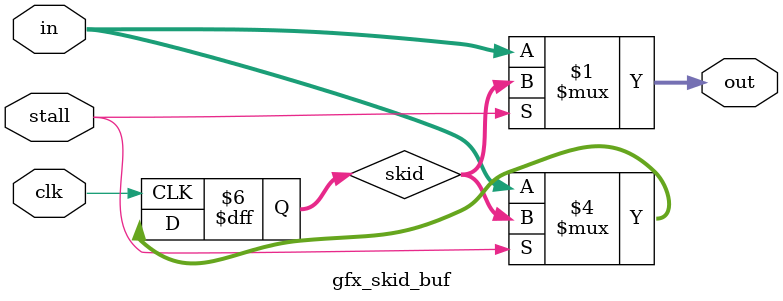
<source format=sv>
module gfx_skid_buf
#(parameter WIDTH=0)
(
	input  logic              clk,

	input  logic[WIDTH - 1:0] in,
	input  logic              stall,

	output logic[WIDTH - 1:0] out
);

	logic[WIDTH - 1:0] skid;

	assign out = stall ? skid : in;

	always_ff @(posedge clk)
		if (!stall)
			skid <= in;

endmodule

</source>
